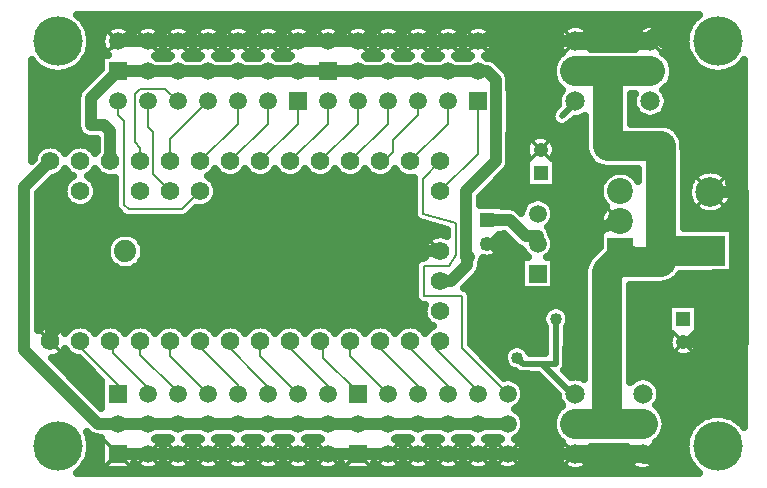
<source format=gbl>
G04 DipTrace 3.0.0.0*
G04 Teensy-Arbotix-mini.gbl*
%MOIN*%
G04 #@! TF.FileFunction,Copper,L2,Bot*
G04 #@! TF.Part,Single*
G04 #@! TA.AperFunction,ViaPad*
%ADD13C,0.04*%
G04 #@! TA.AperFunction,Conductor*
%ADD16C,0.008*%
%ADD17C,0.06*%
%ADD19C,0.02*%
%ADD20C,0.1*%
G04 #@! TA.AperFunction,CopperBalancing*
%ADD22C,0.025*%
%ADD23C,0.013*%
G04 #@! TA.AperFunction,ComponentPad*
%ADD25R,0.049213X0.049213*%
%ADD26C,0.049213*%
%ADD27R,0.059055X0.059055*%
%ADD28C,0.059055*%
%ADD29R,0.098425X0.098425*%
%ADD30C,0.098425*%
%ADD38C,0.074*%
%ADD40C,0.06194*%
%ADD41R,0.086614X0.086614*%
%ADD42C,0.086614*%
%ADD43C,0.065199*%
G04 #@! TA.AperFunction,ViaPad*
%ADD46C,0.165*%
%FSLAX26Y26*%
G04*
G70*
G90*
G75*
G01*
G04 Bottom*
%LPD*%
X743701Y1793701D2*
D13*
X843701D1*
X943701D1*
X1043701D1*
X1143701D1*
X1243701D1*
X1343701D1*
X1443701D1*
X1543701D1*
X1643701D1*
X1743701D1*
X1843701D1*
X1943701D1*
X1974173D1*
X2003701Y1764173D1*
Y1493701D1*
X1903701Y1393701D1*
Y1173701D1*
X1913701D1*
X743701Y1793701D2*
X653701Y1703701D1*
Y1613701D1*
X1913701Y1173701D2*
X1908701D1*
Y1148701D1*
X1853701Y1093701D1*
X1818701D1*
X653701Y1613701D2*
X698701D1*
X718701Y1593701D1*
Y1493701D1*
X743701Y618701D2*
X843701D1*
X943701D1*
X1043701D1*
X1143701D1*
X1243701D1*
X1343701D1*
X1443701D1*
X1543701D1*
X1643701D1*
X1743701D1*
X1843701D1*
X1943701D1*
X2043701D1*
X743701D2*
X677701D1*
X431701Y864701D1*
Y1406701D1*
X518701Y1493701D1*
X2143701Y1218701D2*
Y1243701D1*
X2103701D1*
X2049331Y1298071D1*
X1974331D1*
X918701Y1393701D2*
D16*
X861701Y1450701D1*
Y1591701D1*
X843701Y1609701D1*
Y1693701D1*
X1018701Y1393701D2*
X958701Y1333701D1*
X779701D1*
X763701Y1349701D1*
Y1627701D1*
X743701Y1647701D1*
Y1693701D1*
X918701Y893701D2*
Y843701D1*
X1043701Y718701D1*
X1018701Y893701D2*
X998701D1*
X1143701Y748701D1*
Y718701D1*
X1118701Y893701D2*
X1093701D1*
X1238701Y748701D1*
Y718701D1*
X1243701D1*
X1218701Y893701D2*
Y843701D1*
X1343701Y718701D1*
X2043701D2*
X1890690Y871712D1*
Y1044538D1*
X1763567D1*
Y1143820D1*
X1848701D1*
X1871008Y1182458D1*
Y1288952D1*
X1760475Y1318569D1*
Y1435475D1*
X1818701Y1493701D1*
X618701Y893701D2*
Y873701D1*
X743701Y748701D1*
Y718701D1*
X843701D2*
X863701D1*
X728701Y853701D1*
Y893701D1*
X718701D1*
X1618701D2*
X1593701D1*
X1743701Y743701D1*
Y718701D1*
X1718701Y893701D2*
X1693701D1*
X1843701Y743701D1*
Y718701D1*
X1818701Y893701D2*
X1803701D1*
Y868701D1*
X1943701Y728701D1*
Y718701D1*
X1843701Y1693701D2*
Y1618701D1*
X1718701Y1493701D1*
X1618701D2*
X1630731D1*
X1661701Y1524671D1*
Y1565701D1*
X1743701Y1647701D1*
Y1693701D1*
X1518701Y1493701D2*
X1643701Y1618701D1*
Y1693701D1*
X1418701Y1493701D2*
X1543701Y1618701D1*
Y1693701D1*
X1318701Y1493701D2*
X1443701Y1618701D1*
Y1693701D1*
X1218701Y1493701D2*
X1343701Y1618701D1*
Y1693701D1*
X818701Y893701D2*
Y849701D1*
X933701Y734701D1*
Y718701D1*
X943701D1*
X1118701Y1493701D2*
X1243701Y1618701D1*
Y1693701D1*
X1018701Y1493701D2*
X1143701Y1618701D1*
Y1693701D1*
X918701Y1493701D2*
Y1568701D1*
X1043701Y1693701D1*
X818701Y1493701D2*
Y1539701D1*
X801701Y1556701D1*
Y1719701D1*
X817701Y1735701D1*
X901701D1*
X943701Y1693701D1*
X1318701Y893701D2*
X1293701D1*
X1443701Y743701D1*
Y718701D1*
X1418701Y893701D2*
X1428701D1*
Y838701D1*
X1543701Y723701D1*
Y718701D1*
X1518701Y893701D2*
Y843701D1*
X1643701Y718701D1*
X1818701Y1393701D2*
X1943701Y1518701D1*
Y1693701D1*
X743701Y518701D2*
D13*
X843701D1*
X943701D1*
X1043701D1*
X1143701D1*
X1243701D1*
X1343701D1*
X1443701D1*
X1543701D1*
X1643701D1*
X1743701D1*
X1843701D1*
X1943701D1*
X2043701D1*
X2123701D1*
X2268701D1*
D17*
X2493701D1*
X743701Y1893701D2*
D13*
X843701D1*
X943701D1*
X1043701D1*
X1143701D1*
X1243701D1*
X1343701D1*
X1443701D1*
X1543701D1*
X1643701D1*
X1743701D1*
X1843701D1*
X1943701D1*
X2268701D1*
D17*
X2518701D1*
X2493701Y518701D2*
X2532836Y507747D1*
X2792836Y777747D1*
X2817055Y889961D1*
Y1392126D1*
D13*
X2802181D1*
X2718701D1*
X2518701Y1893701D2*
D17*
X2539797Y1914797D1*
X2614406Y1871722D1*
X2685080Y1760059D1*
X2775882Y1735730D1*
X2802181Y1392126D1*
X2628701Y889961D2*
D13*
X2817055D1*
X2013701Y873701D2*
X2024021Y832316D1*
X2038701Y793701D1*
X2108701Y753701D1*
X2123701Y618701D1*
Y518701D1*
X2273701Y913701D2*
X2288701D1*
Y1248738D1*
X2418701Y1293701D1*
X1818701Y1193701D2*
X923198D1*
Y973701D1*
X528240D1*
X518701Y893701D1*
X1974331Y1219331D2*
X2024021D1*
Y832316D1*
X2268701Y1693701D2*
D19*
X2273701D1*
X2223701Y1643701D1*
X2203701Y968701D2*
Y818701D1*
X2147701D1*
X2158701D1*
X2258701Y718701D1*
X2268701D1*
X2147701Y818701D2*
X2093701D1*
X2073701Y838701D1*
X2268701Y618701D2*
D20*
X2374239D1*
X2493701D1*
X2268701Y1793701D2*
X2377547D1*
X2518701D1*
X2418701Y1193701D2*
D17*
X2433701D1*
Y1158701D1*
D20*
X2553701D1*
Y1195276D1*
X2718701D1*
X2374239Y618701D2*
Y1124239D1*
X2428701Y1178701D1*
D17*
X2418701Y1193701D1*
X2377547Y1793701D2*
D20*
Y1543698D1*
X2553701D1*
Y1195276D1*
D46*
X2743701Y543701D3*
X543701D3*
Y1893701D3*
X2743701D3*
D13*
X2013701Y873701D3*
X2273701Y913701D3*
X1913701Y1173701D3*
X653701Y1613701D3*
X2073701Y838701D3*
X2203701Y968701D3*
X634165Y1956332D2*
D22*
X2653237D1*
X647397Y1931463D2*
X701186D1*
X786216D2*
X801198D1*
X886216D2*
X901198D1*
X986216D2*
X1001198D1*
X1086216D2*
X1101198D1*
X1186216D2*
X1201198D1*
X1286216D2*
X1301198D1*
X1386216D2*
X1401198D1*
X1486216D2*
X1501198D1*
X1586216D2*
X1601198D1*
X1686216D2*
X1701198D1*
X1786216D2*
X1801198D1*
X1886216D2*
X1901198D1*
X1986216D2*
X2222036D1*
X2315366D2*
X2472036D1*
X2565366D2*
X2640005D1*
X653452Y1906595D2*
X687710D1*
X1999692D2*
X2209536D1*
X2327866D2*
X2459536D1*
X2577866D2*
X2633950D1*
X653550Y1881726D2*
X687514D1*
X1999888D2*
X2209341D1*
X2328061D2*
X2459341D1*
X2578061D2*
X2633852D1*
X647739Y1856857D2*
X700307D1*
X887095D2*
X900367D1*
X987095D2*
X1000367D1*
X1087095D2*
X1100367D1*
X1187095D2*
X1200367D1*
X1287095D2*
X1300367D1*
X1587095D2*
X1600367D1*
X1687095D2*
X1700367D1*
X1787095D2*
X1800367D1*
X1887095D2*
X1900367D1*
X1987095D2*
X2221255D1*
X2566147D2*
X2639663D1*
X634848Y1831988D2*
X686196D1*
X2001255D2*
X2201138D1*
X2586264D2*
X2652554D1*
X458725Y1807120D2*
X476603D1*
X610776D2*
X686196D1*
X2027622D2*
X2191909D1*
X2595493D2*
X2676626D1*
X2810776D2*
X2828725D1*
X458725Y1782251D2*
X665395D1*
X2047934D2*
X2191567D1*
X2595835D2*
X2828725D1*
X458725Y1757382D2*
X640542D1*
X2051694D2*
X2200014D1*
X2587388D2*
X2828725D1*
X458725Y1732513D2*
X615981D1*
X2051694D2*
X2221987D1*
X2565415D2*
X2828725D1*
X458725Y1707645D2*
X605874D1*
X2051694D2*
X2209780D1*
X2577622D2*
X2828725D1*
X458725Y1682776D2*
X605679D1*
X2051694D2*
X2209145D1*
X2578257D2*
X2828725D1*
X458725Y1657907D2*
X605679D1*
X2051694D2*
X2188686D1*
X2455552D2*
X2470425D1*
X2566977D2*
X2828725D1*
X458725Y1633038D2*
X605679D1*
X2051694D2*
X2187319D1*
X2265757D2*
X2299526D1*
X2455552D2*
X2828725D1*
X458725Y1608170D2*
X606020D1*
X2051694D2*
X2299526D1*
X2595493D2*
X2828725D1*
X458725Y1583301D2*
X617348D1*
X2051694D2*
X2299526D1*
X2620493D2*
X2828725D1*
X458725Y1558432D2*
X670718D1*
X2051694D2*
X2107339D1*
X2198764D2*
X2299526D1*
X2630259D2*
X2828725D1*
X458725Y1533563D2*
X476213D1*
X561216D2*
X576198D1*
X2051694D2*
X2100454D1*
X2205698D2*
X2300210D1*
X2631723D2*
X2828725D1*
X2051694Y1508694D2*
X2106802D1*
X2199350D2*
X2308169D1*
X2631723D2*
X2828725D1*
X2050620Y1483826D2*
X2100454D1*
X2205698D2*
X2329067D1*
X2631723D2*
X2828725D1*
X2035825Y1458957D2*
X2100454D1*
X2205698D2*
X2394399D1*
X2443003D2*
X2475698D1*
X2631723D2*
X2682778D1*
X2754624D2*
X2828725D1*
X525913Y1434088D2*
X576723D1*
X660679D2*
X731704D1*
X1060679D2*
X1728481D1*
X2010923D2*
X2100454D1*
X2205698D2*
X2360513D1*
X2631723D2*
X2654409D1*
X2782993D2*
X2828725D1*
X501059Y1409219D2*
X561929D1*
X675473D2*
X731704D1*
X1075473D2*
X1728481D1*
X1986069D2*
X2100454D1*
X2205698D2*
X2349184D1*
X2793930D2*
X2828725D1*
X479722Y1384351D2*
X560513D1*
X676889D2*
X731704D1*
X1076889D2*
X1728481D1*
X1961216D2*
X2348013D1*
X2795493D2*
X2828725D1*
X479722Y1359482D2*
X571304D1*
X666098D2*
X731704D1*
X1066098D2*
X1728481D1*
X1951694D2*
X2104263D1*
X2183139D2*
X2356509D1*
X2631723D2*
X2648989D1*
X2788413D2*
X2828725D1*
X479722Y1334613D2*
X735854D1*
X1003843D2*
X1728481D1*
X2198862D2*
X2360854D1*
X2631723D2*
X2668520D1*
X2768882D2*
X2828725D1*
X479722Y1309744D2*
X759975D1*
X978403D2*
X1729848D1*
X2200473D2*
X2349282D1*
X2631723D2*
X2828725D1*
X479722Y1284876D2*
X1769741D1*
X2189585D2*
X2347964D1*
X2631723D2*
X2828725D1*
X479722Y1260007D2*
X1839028D1*
X2188657D2*
X2347378D1*
X2795932D2*
X2828725D1*
X479722Y1235138D2*
X719399D1*
X818003D2*
X1777847D1*
X2024399D2*
X2045425D1*
X2198716D2*
X2347378D1*
X2795932D2*
X2828725D1*
X479722Y1210269D2*
X705923D1*
X831479D2*
X1762222D1*
X2026108D2*
X2070327D1*
X2200571D2*
X2347378D1*
X2795932D2*
X2828725D1*
X479722Y1185400D2*
X704263D1*
X833139D2*
X1760366D1*
X2013706D2*
X2097378D1*
X2190024D2*
X2326138D1*
X2796030D2*
X2828725D1*
X479722Y1160532D2*
X713247D1*
X824155D2*
X1736733D1*
X1959751D2*
X2086196D1*
X2201206D2*
X2305532D1*
X2795932D2*
X2828725D1*
X479722Y1135663D2*
X743032D1*
X794370D2*
X1731557D1*
X1954770D2*
X2086196D1*
X2201206D2*
X2297085D1*
X2795932D2*
X2828725D1*
X479722Y1110794D2*
X1731557D1*
X1937632D2*
X2086196D1*
X2201206D2*
X2296255D1*
X2614536D2*
X2828725D1*
X479722Y1085925D2*
X1731557D1*
X1912778D2*
X2086196D1*
X2201206D2*
X2296255D1*
X2576304D2*
X2828725D1*
X479722Y1061057D2*
X1731557D1*
X1917612D2*
X2296255D1*
X2452231D2*
X2828725D1*
X479722Y1036188D2*
X1732778D1*
X1922690D2*
X2296255D1*
X2452231D2*
X2828725D1*
X479722Y1011319D2*
X1762563D1*
X1922690D2*
X2185268D1*
X2222153D2*
X2296255D1*
X2452231D2*
X2576089D1*
X2681284D2*
X2828725D1*
X479722Y986450D2*
X1760220D1*
X1922690D2*
X2159292D1*
X2248081D2*
X2296255D1*
X2452231D2*
X2576089D1*
X2681284D2*
X2828725D1*
X479722Y961582D2*
X1769741D1*
X1922690D2*
X2156264D1*
X2251157D2*
X2296255D1*
X2452231D2*
X2576089D1*
X2681284D2*
X2828725D1*
X557798Y936713D2*
X579604D1*
X657798D2*
X679604D1*
X757798D2*
X779604D1*
X857798D2*
X879604D1*
X957798D2*
X979604D1*
X1057798D2*
X1079604D1*
X1157798D2*
X1179604D1*
X1257798D2*
X1279604D1*
X1357798D2*
X1379604D1*
X1457798D2*
X1479604D1*
X1557798D2*
X1579604D1*
X1657798D2*
X1679604D1*
X1757798D2*
X1779604D1*
X1922690D2*
X2165688D1*
X2241684D2*
X2296255D1*
X2452231D2*
X2576089D1*
X2681284D2*
X2828725D1*
X1922690Y911844D2*
X2165688D1*
X2241684D2*
X2296255D1*
X2452231D2*
X2581118D1*
X2676255D2*
X2828725D1*
X1922690Y886975D2*
X2165688D1*
X2241684D2*
X2296255D1*
X2452231D2*
X2576186D1*
X2681235D2*
X2828725D1*
X1944516Y862107D2*
X2032192D1*
X2115220D2*
X2165688D1*
X2241684D2*
X2296255D1*
X2452231D2*
X2584536D1*
X2672837D2*
X2828725D1*
X526011Y837238D2*
X610952D1*
X1969370D2*
X2025747D1*
X2241684D2*
X2296255D1*
X2452231D2*
X2828725D1*
X550864Y812369D2*
X635805D1*
X1994272D2*
X2034097D1*
X2241147D2*
X2296255D1*
X2452231D2*
X2828725D1*
X575766Y787500D2*
X660659D1*
X2019126D2*
X2074282D1*
X2242612D2*
X2296255D1*
X2452231D2*
X2828725D1*
X600620Y762631D2*
X685561D1*
X2079331D2*
X2162075D1*
X2534214D2*
X2828725D1*
X625473Y737763D2*
X686196D1*
X2097837D2*
X2186929D1*
X2551108D2*
X2828725D1*
X650376Y712894D2*
X686196D1*
X2100913D2*
X2208413D1*
X2553989D2*
X2828725D1*
X2091880Y688025D2*
X2216860D1*
X2545542D2*
X2828725D1*
X2078647Y663156D2*
X2205190D1*
X2557212D2*
X2828725D1*
X2097641Y638288D2*
X2193276D1*
X2569126D2*
X2689077D1*
X2798325D2*
X2828725D1*
X2100962Y613419D2*
X2190884D1*
X2571518D2*
X2658706D1*
X2092222Y588550D2*
X2196987D1*
X2565415D2*
X2642934D1*
X652329Y563681D2*
X686196D1*
X877915D2*
X909487D1*
X977915D2*
X1009487D1*
X1077915D2*
X1109487D1*
X1177915D2*
X1209487D1*
X1277915D2*
X1309487D1*
X1377915D2*
X1409487D1*
X1677915D2*
X1709487D1*
X1777915D2*
X1809487D1*
X1877915D2*
X1909487D1*
X1977915D2*
X2009487D1*
X2077915D2*
X2214516D1*
X2547886D2*
X2635073D1*
X654087Y538813D2*
X686196D1*
X2097397D2*
X2211684D1*
X2325718D2*
X2436684D1*
X2550718D2*
X2633315D1*
X650034Y513944D2*
X686196D1*
X2101011D2*
X2208315D1*
X2329087D2*
X2433315D1*
X2554087D2*
X2637368D1*
X639389Y489075D2*
X686196D1*
X2092563D2*
X2216225D1*
X2321177D2*
X2441225D1*
X2546177D2*
X2648013D1*
X619321Y464206D2*
X686196D1*
X801206D2*
X833559D1*
X853862D2*
X933559D1*
X953862D2*
X1033559D1*
X1053862D2*
X1133559D1*
X1153862D2*
X1233559D1*
X1253862D2*
X1333559D1*
X1353862D2*
X1433559D1*
X1453862D2*
X1486196D1*
X1601206D2*
X1633559D1*
X1653862D2*
X1733559D1*
X1753862D2*
X1833559D1*
X1853862D2*
X1933559D1*
X1953862D2*
X2033559D1*
X2053862D2*
X2246059D1*
X2291343D2*
X2471059D1*
X2516343D2*
X2668081D1*
X2591095Y1018807D2*
X2678807D1*
Y918595D1*
X2669774D1*
X2673915Y911556D1*
X2676629Y904573D1*
X2678273Y897262D1*
X2678807Y889961D1*
X2678247Y882489D1*
X2676579Y875184D1*
X2673840Y868209D1*
X2670091Y861721D1*
X2665418Y855865D1*
X2659922Y850771D1*
X2653729Y846553D1*
X2646976Y843306D1*
X2639815Y841103D1*
X2632404Y839992D1*
X2624911Y839998D1*
X2617503Y841122D1*
X2610345Y843338D1*
X2603598Y846596D1*
X2597412Y850825D1*
X2591926Y855928D1*
X2587262Y861793D1*
X2583525Y868287D1*
X2580798Y875266D1*
X2579142Y882574D1*
X2578595Y890047D1*
X2579168Y897518D1*
X2580849Y904820D1*
X2583600Y911790D1*
X2587594Y918596D1*
X2578595Y918595D1*
Y1018807D1*
X2591095D1*
X1949176Y1348177D2*
X2024437D1*
Y1343539D1*
X2052901Y1343431D1*
X2059953Y1342314D1*
X2066743Y1340108D1*
X2073105Y1336866D1*
X2078881Y1332670D1*
X2088843Y1323018D1*
X2090194Y1331547D1*
X2092862Y1339759D1*
X2096782Y1347453D1*
X2101858Y1354439D1*
X2107963Y1360544D1*
X2114949Y1365620D1*
X2122643Y1369540D1*
X2130855Y1372208D1*
X2139384Y1373559D1*
X2148018D1*
X2156547Y1372208D1*
X2164759Y1369540D1*
X2172453Y1365620D1*
X2179439Y1360544D1*
X2185544Y1354439D1*
X2190620Y1347453D1*
X2194540Y1339759D1*
X2197208Y1331547D1*
X2198559Y1323018D1*
Y1314384D1*
X2197208Y1305855D1*
X2194540Y1297643D1*
X2190620Y1289949D1*
X2185544Y1282963D1*
X2179439Y1276858D1*
X2176880Y1274841D1*
X2182496Y1267475D1*
X2185738Y1261113D1*
X2187944Y1254323D1*
X2188643Y1250805D1*
X2194540Y1239759D1*
X2197208Y1231547D1*
X2198559Y1223018D1*
Y1214384D1*
X2197208Y1205855D1*
X2194540Y1197643D1*
X2190620Y1189949D1*
X2185544Y1182963D1*
X2179439Y1176858D1*
X2175358Y1173723D1*
X2198729Y1173728D1*
Y1063673D1*
X2088674D1*
Y1173728D1*
X2111965D1*
X2104791Y1179791D1*
X2099183Y1186357D1*
X2094671Y1193719D1*
X2092097Y1199717D1*
X2086289Y1201664D1*
X2079927Y1204906D1*
X2074151Y1209102D1*
X2030475Y1252580D1*
X2024437Y1247965D1*
X2015404D1*
X2019545Y1240927D1*
X2022259Y1233943D1*
X2023902Y1226632D1*
X2024437Y1219331D1*
X2023877Y1211859D1*
X2022209Y1204554D1*
X2019470Y1197579D1*
X2015721Y1191091D1*
X2011047Y1185235D1*
X2005552Y1180141D1*
X1999359Y1175923D1*
X1992606Y1172676D1*
X1985445Y1170473D1*
X1978034Y1169362D1*
X1970541Y1169368D1*
X1963133Y1170492D1*
X1959154Y1171593D1*
X1958404Y1165222D1*
X1956687Y1158787D1*
X1955475Y1155669D1*
X1954201Y1148701D1*
X1953641Y1141583D1*
X1951974Y1134641D1*
X1949242Y1128044D1*
X1945511Y1121957D1*
X1940874Y1116528D1*
X1897576Y1073223D1*
X1904082Y1070823D1*
X1909848Y1066970D1*
X1914556Y1061878D1*
X1917944Y1055827D1*
X1919826Y1049153D1*
X1920190Y1044538D1*
X1920388Y883733D1*
X2031737Y772385D1*
X2039384Y773559D1*
X2048018D1*
X2056547Y772208D1*
X2064759Y769540D1*
X2072453Y765620D1*
X2079439Y760544D1*
X2085544Y754439D1*
X2090620Y747453D1*
X2094540Y739759D1*
X2097208Y731547D1*
X2098559Y723018D1*
Y714384D1*
X2097208Y705855D1*
X2094540Y697643D1*
X2090620Y689949D1*
X2085544Y682963D1*
X2079439Y676858D1*
X2072453Y671782D1*
X2066644Y668731D1*
X2072453Y665620D1*
X2079439Y660544D1*
X2085544Y654439D1*
X2090620Y647453D1*
X2094540Y639759D1*
X2097208Y631547D1*
X2098559Y623018D1*
Y614384D1*
X2097208Y605855D1*
X2094540Y597643D1*
X2090620Y589949D1*
X2085544Y582963D1*
X2079439Y576858D1*
X2072453Y571782D1*
X2066644Y568731D1*
X2074914Y564020D1*
X2080782Y559358D1*
X2085962Y553943D1*
X2090359Y547874D1*
X2093890Y541264D1*
X2096490Y534235D1*
X2098112Y526918D1*
X2098729Y518701D1*
X2098218Y511224D1*
X2096697Y503886D1*
X2094192Y496823D1*
X2090751Y490165D1*
X2086438Y484037D1*
X2081332Y478552D1*
X2075527Y473811D1*
X2069133Y469903D1*
X2062267Y466900D1*
X2055056Y464858D1*
X2047635Y463814D1*
X2040141Y463789D1*
X2032712Y464782D1*
X2025488Y466775D1*
X2018602Y469731D1*
X2012181Y473596D1*
X2006344Y478297D1*
X2001201Y483747D1*
X1996846Y489846D1*
X1993712Y495728D1*
X1989407Y488058D1*
X1984819Y482132D1*
X1979469Y476884D1*
X1973456Y472412D1*
X1966890Y468798D1*
X1959895Y466110D1*
X1952599Y464398D1*
X1945138Y463692D1*
X1937650Y464007D1*
X1930275Y465336D1*
X1923149Y467656D1*
X1916404Y470922D1*
X1910165Y475074D1*
X1904548Y480035D1*
X1899657Y485713D1*
X1895584Y492004D1*
X1893712Y495728D1*
X1889407Y488058D1*
X1884819Y482132D1*
X1879469Y476884D1*
X1873456Y472412D1*
X1866890Y468798D1*
X1859895Y466110D1*
X1852599Y464398D1*
X1845138Y463692D1*
X1837650Y464007D1*
X1830275Y465336D1*
X1823149Y467656D1*
X1816404Y470922D1*
X1810165Y475074D1*
X1804548Y480035D1*
X1799657Y485713D1*
X1795584Y492004D1*
X1793712Y495728D1*
X1789407Y488058D1*
X1784819Y482132D1*
X1779469Y476884D1*
X1773456Y472412D1*
X1766890Y468798D1*
X1759895Y466110D1*
X1752599Y464398D1*
X1745138Y463692D1*
X1737650Y464007D1*
X1730275Y465336D1*
X1723149Y467656D1*
X1716404Y470922D1*
X1710165Y475074D1*
X1704548Y480035D1*
X1699657Y485713D1*
X1695584Y492004D1*
X1693712Y495728D1*
X1689407Y488058D1*
X1684819Y482132D1*
X1679469Y476884D1*
X1673456Y472412D1*
X1666890Y468798D1*
X1659895Y466110D1*
X1652599Y464398D1*
X1645138Y463692D1*
X1637650Y464007D1*
X1630275Y465336D1*
X1623149Y467656D1*
X1616404Y470922D1*
X1610165Y475074D1*
X1604548Y480035D1*
X1598732Y487009D1*
X1598729Y463673D1*
X1488674D1*
Y486984D1*
X1483116Y480302D1*
X1477533Y475303D1*
X1471323Y471108D1*
X1464600Y467797D1*
X1457490Y465429D1*
X1450123Y464050D1*
X1442638Y463684D1*
X1435173Y464338D1*
X1427865Y466001D1*
X1420852Y468642D1*
X1414262Y472211D1*
X1408218Y476642D1*
X1402832Y481853D1*
X1398205Y487748D1*
X1393712Y495728D1*
X1389407Y488058D1*
X1384819Y482132D1*
X1379469Y476884D1*
X1373456Y472412D1*
X1366890Y468798D1*
X1359895Y466110D1*
X1352599Y464398D1*
X1345138Y463692D1*
X1337650Y464007D1*
X1330275Y465336D1*
X1323149Y467656D1*
X1316404Y470922D1*
X1310165Y475074D1*
X1304548Y480035D1*
X1299657Y485713D1*
X1295584Y492004D1*
X1293712Y495728D1*
X1289407Y488058D1*
X1284819Y482132D1*
X1279469Y476884D1*
X1273456Y472412D1*
X1266890Y468798D1*
X1259895Y466110D1*
X1252599Y464398D1*
X1245138Y463692D1*
X1237650Y464007D1*
X1230275Y465336D1*
X1223149Y467656D1*
X1216404Y470922D1*
X1210165Y475074D1*
X1204548Y480035D1*
X1199657Y485713D1*
X1195584Y492004D1*
X1193712Y495728D1*
X1189407Y488058D1*
X1184819Y482132D1*
X1179469Y476884D1*
X1173456Y472412D1*
X1166890Y468798D1*
X1159895Y466110D1*
X1152599Y464398D1*
X1145138Y463692D1*
X1137650Y464007D1*
X1130275Y465336D1*
X1123149Y467656D1*
X1116404Y470922D1*
X1110165Y475074D1*
X1104548Y480035D1*
X1099657Y485713D1*
X1095584Y492004D1*
X1093712Y495728D1*
X1089407Y488058D1*
X1084819Y482132D1*
X1079469Y476884D1*
X1073456Y472412D1*
X1066890Y468798D1*
X1059895Y466110D1*
X1052599Y464398D1*
X1045138Y463692D1*
X1037650Y464007D1*
X1030275Y465336D1*
X1023149Y467656D1*
X1016404Y470922D1*
X1010165Y475074D1*
X1004548Y480035D1*
X999657Y485713D1*
X995584Y492004D1*
X993712Y495728D1*
X989407Y488058D1*
X984819Y482132D1*
X979469Y476884D1*
X973456Y472412D1*
X966890Y468798D1*
X959895Y466110D1*
X952599Y464398D1*
X945138Y463692D1*
X937650Y464007D1*
X930275Y465336D1*
X923149Y467656D1*
X916404Y470922D1*
X910165Y475074D1*
X904548Y480035D1*
X899657Y485713D1*
X895584Y492004D1*
X893712Y495728D1*
X889407Y488058D1*
X884819Y482132D1*
X879469Y476884D1*
X873456Y472412D1*
X866890Y468798D1*
X859895Y466110D1*
X852599Y464398D1*
X845138Y463692D1*
X837650Y464007D1*
X830275Y465336D1*
X823149Y467656D1*
X816404Y470922D1*
X810165Y475074D1*
X804548Y480035D1*
X798732Y487009D1*
X798729Y463673D1*
X688674D1*
Y573195D1*
X674131Y573341D1*
X667079Y574458D1*
X660289Y576664D1*
X653927Y579906D1*
X648151Y584102D1*
X640521Y591534D1*
X646415Y577075D1*
X648717Y568913D1*
X650371Y560596D1*
X651368Y552175D1*
X651701Y543701D1*
X651368Y535227D1*
X650371Y526806D1*
X648717Y518489D1*
X646415Y510327D1*
X643480Y502371D1*
X639930Y494670D1*
X635786Y487271D1*
X631075Y480220D1*
X625825Y473561D1*
X620069Y467333D1*
X613841Y461577D1*
X606989Y456198D1*
X2680220Y456327D1*
X2673561Y461577D1*
X2667333Y467333D1*
X2661577Y473561D1*
X2656327Y480220D1*
X2651616Y487271D1*
X2647472Y494670D1*
X2643922Y502371D1*
X2640987Y510327D1*
X2638685Y518489D1*
X2637031Y526806D1*
X2636034Y535227D1*
X2635701Y543701D1*
X2636034Y552175D1*
X2637031Y560596D1*
X2638685Y568913D1*
X2640987Y577075D1*
X2643922Y585031D1*
X2647472Y592732D1*
X2651616Y600131D1*
X2656327Y607182D1*
X2661577Y613841D1*
X2667333Y620069D1*
X2673561Y625825D1*
X2680220Y631075D1*
X2687271Y635786D1*
X2694670Y639930D1*
X2702371Y643480D1*
X2710327Y646415D1*
X2718489Y648717D1*
X2726806Y650371D1*
X2735227Y651368D1*
X2743701Y651701D1*
X2752175Y651368D1*
X2760596Y650371D1*
X2768913Y648717D1*
X2777075Y646415D1*
X2785031Y643480D1*
X2792732Y639930D1*
X2800131Y635786D1*
X2807182Y631075D1*
X2813841Y625825D1*
X2820069Y620069D1*
X2825825Y613841D1*
X2831204Y606989D1*
X2831075Y1830220D1*
X2825825Y1823561D1*
X2820069Y1817333D1*
X2813841Y1811577D1*
X2807182Y1806327D1*
X2800131Y1801616D1*
X2792732Y1797472D1*
X2785031Y1793922D1*
X2777075Y1790987D1*
X2768913Y1788685D1*
X2760596Y1787031D1*
X2752175Y1786034D1*
X2743701Y1785701D1*
X2735227Y1786034D1*
X2726806Y1787031D1*
X2718489Y1788685D1*
X2710327Y1790987D1*
X2702371Y1793922D1*
X2694670Y1797472D1*
X2687271Y1801616D1*
X2680220Y1806327D1*
X2673561Y1811577D1*
X2667333Y1817333D1*
X2661577Y1823561D1*
X2656327Y1830220D1*
X2651616Y1837271D1*
X2647472Y1844670D1*
X2643922Y1852371D1*
X2640987Y1860327D1*
X2638685Y1868489D1*
X2637031Y1876806D1*
X2636034Y1885227D1*
X2635701Y1893701D1*
X2636034Y1902175D1*
X2637031Y1910596D1*
X2638685Y1918913D1*
X2640987Y1927075D1*
X2643922Y1935031D1*
X2647472Y1942732D1*
X2651616Y1950131D1*
X2656327Y1957182D1*
X2661577Y1963841D1*
X2667333Y1970069D1*
X2673561Y1975825D1*
X2680413Y1981204D1*
X607182Y1981075D1*
X613841Y1975825D1*
X620069Y1970069D1*
X625825Y1963841D1*
X631075Y1957182D1*
X635786Y1950131D1*
X639930Y1942732D1*
X643480Y1935031D1*
X646415Y1927075D1*
X648717Y1918913D1*
X650371Y1910596D1*
X651368Y1902175D1*
X651701Y1893701D1*
X651368Y1885227D1*
X650371Y1876806D1*
X648717Y1868489D1*
X646415Y1860327D1*
X643480Y1852371D1*
X639930Y1844670D1*
X635786Y1837271D1*
X631075Y1830220D1*
X625825Y1823561D1*
X620069Y1817333D1*
X613841Y1811577D1*
X607182Y1806327D1*
X600131Y1801616D1*
X592732Y1797472D1*
X585031Y1793922D1*
X577075Y1790987D1*
X568913Y1788685D1*
X560596Y1787031D1*
X552175Y1786034D1*
X543701Y1785701D1*
X535227Y1786034D1*
X526806Y1787031D1*
X518489Y1788685D1*
X510327Y1790987D1*
X502371Y1793922D1*
X494670Y1797472D1*
X487271Y1801616D1*
X480220Y1806327D1*
X473561Y1811577D1*
X467333Y1817333D1*
X461577Y1823561D1*
X456198Y1830413D1*
X456202Y1495550D1*
X462926Y1502535D1*
X464995Y1511151D1*
X468386Y1519338D1*
X473016Y1526893D1*
X478771Y1533631D1*
X485509Y1539386D1*
X493064Y1544016D1*
X501251Y1547407D1*
X509867Y1549476D1*
X518701Y1550171D1*
X527535Y1549476D1*
X536151Y1547407D1*
X544338Y1544016D1*
X551893Y1539386D1*
X558631Y1533631D1*
X564386Y1526893D1*
X568686Y1519927D1*
X573016Y1526893D1*
X578771Y1533631D1*
X585509Y1539386D1*
X593064Y1544016D1*
X601251Y1547407D1*
X609867Y1549476D1*
X618701Y1550171D1*
X627535Y1549476D1*
X636151Y1547407D1*
X644338Y1544016D1*
X651893Y1539386D1*
X658631Y1533631D1*
X664386Y1526893D1*
X668686Y1519927D1*
X673198Y1527124D1*
X673201Y1568164D1*
X650131Y1568341D1*
X643079Y1569458D1*
X636289Y1571664D1*
X629927Y1574906D1*
X624151Y1579102D1*
X619102Y1584151D1*
X614906Y1589927D1*
X611664Y1596289D1*
X609458Y1603079D1*
X608341Y1610131D1*
X608201Y1688701D1*
X608341Y1707271D1*
X609458Y1714323D1*
X611664Y1721113D1*
X614906Y1727475D1*
X619102Y1733251D1*
X674561Y1788907D1*
X688682Y1803029D1*
X688674Y1848728D1*
X711965D1*
X704548Y1855035D1*
X699657Y1860713D1*
X695584Y1867004D1*
X692402Y1873789D1*
X690173Y1880944D1*
X688936Y1888335D1*
X688714Y1895826D1*
X689513Y1903278D1*
X691317Y1910552D1*
X694092Y1917513D1*
X697788Y1924033D1*
X702335Y1929990D1*
X707649Y1935274D1*
X713632Y1939787D1*
X720173Y1943445D1*
X727150Y1946180D1*
X734434Y1947943D1*
X741890Y1948699D1*
X749380Y1948435D1*
X756764Y1947156D1*
X763906Y1944885D1*
X770673Y1941665D1*
X776940Y1937555D1*
X782590Y1932632D1*
X787519Y1926987D1*
X791636Y1920725D1*
X793692Y1916678D1*
X797788Y1924033D1*
X802335Y1929990D1*
X807649Y1935274D1*
X813632Y1939787D1*
X820173Y1943445D1*
X827150Y1946180D1*
X834434Y1947943D1*
X841890Y1948699D1*
X849380Y1948435D1*
X856764Y1947156D1*
X863906Y1944885D1*
X870673Y1941665D1*
X876940Y1937555D1*
X882590Y1932632D1*
X887519Y1926987D1*
X891636Y1920725D1*
X893692Y1916678D1*
X897788Y1924033D1*
X902335Y1929990D1*
X907649Y1935274D1*
X913632Y1939787D1*
X920173Y1943445D1*
X927150Y1946180D1*
X934434Y1947943D1*
X941890Y1948699D1*
X949380Y1948435D1*
X956764Y1947156D1*
X963906Y1944885D1*
X970673Y1941665D1*
X976940Y1937555D1*
X982590Y1932632D1*
X987519Y1926987D1*
X991636Y1920725D1*
X993692Y1916678D1*
X997788Y1924033D1*
X1002335Y1929990D1*
X1007649Y1935274D1*
X1013632Y1939787D1*
X1020173Y1943445D1*
X1027150Y1946180D1*
X1034434Y1947943D1*
X1041890Y1948699D1*
X1049380Y1948435D1*
X1056764Y1947156D1*
X1063906Y1944885D1*
X1070673Y1941665D1*
X1076940Y1937555D1*
X1082590Y1932632D1*
X1087519Y1926987D1*
X1091636Y1920725D1*
X1093692Y1916678D1*
X1097788Y1924033D1*
X1102335Y1929990D1*
X1107649Y1935274D1*
X1113632Y1939787D1*
X1120173Y1943445D1*
X1127150Y1946180D1*
X1134434Y1947943D1*
X1141890Y1948699D1*
X1149380Y1948435D1*
X1156764Y1947156D1*
X1163906Y1944885D1*
X1170673Y1941665D1*
X1176940Y1937555D1*
X1182590Y1932632D1*
X1187519Y1926987D1*
X1191636Y1920725D1*
X1193692Y1916678D1*
X1197788Y1924033D1*
X1202335Y1929990D1*
X1207649Y1935274D1*
X1213632Y1939787D1*
X1220173Y1943445D1*
X1227150Y1946180D1*
X1234434Y1947943D1*
X1241890Y1948699D1*
X1249380Y1948435D1*
X1256764Y1947156D1*
X1263906Y1944885D1*
X1270673Y1941665D1*
X1276940Y1937555D1*
X1282590Y1932632D1*
X1287519Y1926987D1*
X1291636Y1920725D1*
X1293692Y1916678D1*
X1297788Y1924033D1*
X1302335Y1929990D1*
X1307649Y1935274D1*
X1313632Y1939787D1*
X1320173Y1943445D1*
X1327150Y1946180D1*
X1334434Y1947943D1*
X1341890Y1948699D1*
X1349380Y1948435D1*
X1356764Y1947156D1*
X1363906Y1944885D1*
X1370673Y1941665D1*
X1376940Y1937555D1*
X1382590Y1932632D1*
X1387519Y1926987D1*
X1391636Y1920725D1*
X1393692Y1916678D1*
X1397788Y1924033D1*
X1402335Y1929990D1*
X1407649Y1935274D1*
X1413632Y1939787D1*
X1420173Y1943445D1*
X1427150Y1946180D1*
X1434434Y1947943D1*
X1441890Y1948699D1*
X1449380Y1948435D1*
X1456764Y1947156D1*
X1463906Y1944885D1*
X1470673Y1941665D1*
X1476940Y1937555D1*
X1482590Y1932632D1*
X1487519Y1926987D1*
X1491636Y1920725D1*
X1493692Y1916678D1*
X1497788Y1924033D1*
X1502335Y1929990D1*
X1507649Y1935274D1*
X1513632Y1939787D1*
X1520173Y1943445D1*
X1527150Y1946180D1*
X1534434Y1947943D1*
X1541890Y1948699D1*
X1549380Y1948435D1*
X1556764Y1947156D1*
X1563906Y1944885D1*
X1570673Y1941665D1*
X1576940Y1937555D1*
X1582590Y1932632D1*
X1587519Y1926987D1*
X1591636Y1920725D1*
X1593692Y1916678D1*
X1597788Y1924033D1*
X1602335Y1929990D1*
X1607649Y1935274D1*
X1613632Y1939787D1*
X1620173Y1943445D1*
X1627150Y1946180D1*
X1634434Y1947943D1*
X1641890Y1948699D1*
X1649380Y1948435D1*
X1656764Y1947156D1*
X1663906Y1944885D1*
X1670673Y1941665D1*
X1676940Y1937555D1*
X1682590Y1932632D1*
X1687519Y1926987D1*
X1691636Y1920725D1*
X1693692Y1916678D1*
X1697788Y1924033D1*
X1702335Y1929990D1*
X1707649Y1935274D1*
X1713632Y1939787D1*
X1720173Y1943445D1*
X1727150Y1946180D1*
X1734434Y1947943D1*
X1741890Y1948699D1*
X1749380Y1948435D1*
X1756764Y1947156D1*
X1763906Y1944885D1*
X1770673Y1941665D1*
X1776940Y1937555D1*
X1782590Y1932632D1*
X1787519Y1926987D1*
X1791636Y1920725D1*
X1793692Y1916678D1*
X1797788Y1924033D1*
X1802335Y1929990D1*
X1807649Y1935274D1*
X1813632Y1939787D1*
X1820173Y1943445D1*
X1827150Y1946180D1*
X1834434Y1947943D1*
X1841890Y1948699D1*
X1849380Y1948435D1*
X1856764Y1947156D1*
X1863906Y1944885D1*
X1870673Y1941665D1*
X1876940Y1937555D1*
X1882590Y1932632D1*
X1887519Y1926987D1*
X1891636Y1920725D1*
X1893692Y1916678D1*
X1897788Y1924033D1*
X1902335Y1929990D1*
X1907649Y1935274D1*
X1913632Y1939787D1*
X1920173Y1943445D1*
X1927150Y1946180D1*
X1934434Y1947943D1*
X1941890Y1948699D1*
X1949380Y1948435D1*
X1956764Y1947156D1*
X1963906Y1944885D1*
X1970673Y1941665D1*
X1976940Y1937555D1*
X1982590Y1932632D1*
X1987519Y1926987D1*
X1991636Y1920725D1*
X1994863Y1913961D1*
X1997141Y1906822D1*
X1998429Y1899439D1*
X1998672Y1891202D1*
X1997822Y1883756D1*
X1995969Y1876494D1*
X1993147Y1869552D1*
X1989407Y1863058D1*
X1984819Y1857132D1*
X1979469Y1851884D1*
X1973456Y1847412D1*
X1966667Y1843700D1*
X1974572Y1839204D1*
X1981291Y1838641D1*
X1988234Y1836974D1*
X1994830Y1834242D1*
X2000918Y1830511D1*
X2006347Y1825874D1*
X2038300Y1793723D1*
X2042496Y1787947D1*
X2045738Y1781586D1*
X2047944Y1774795D1*
X2049061Y1767743D1*
X2049201Y1689173D1*
X2049061Y1490131D1*
X2047944Y1483079D1*
X2045738Y1476289D1*
X2042496Y1469927D1*
X2038300Y1464151D1*
X1982841Y1408495D1*
X1949178Y1374831D1*
X1949201Y1348144D1*
X2194225Y1504437D2*
X2203177D1*
Y1404225D1*
X2102965D1*
Y1504437D1*
X2111998D1*
X2107895Y1511398D1*
X2105168Y1518377D1*
X2103512Y1525685D1*
X2102965Y1533157D1*
X2103538Y1540629D1*
X2105219Y1547931D1*
X2107970Y1554900D1*
X2111729Y1561382D1*
X2116413Y1567230D1*
X2121917Y1572315D1*
X2128118Y1576522D1*
X2134876Y1579757D1*
X2142042Y1581948D1*
X2149454Y1583047D1*
X2156947Y1583027D1*
X2164353Y1581891D1*
X2171507Y1579662D1*
X2178249Y1576392D1*
X2184428Y1572153D1*
X2189905Y1567040D1*
X2194559Y1561168D1*
X2198285Y1554667D1*
X2201000Y1547683D1*
X2202643Y1540372D1*
X2203177Y1533071D1*
X2202617Y1525599D1*
X2200949Y1518294D1*
X2198210Y1511320D1*
X2194182Y1504443D1*
X1566644Y1843671D2*
X1574572Y1839204D1*
X1612793Y1839201D1*
X1620758Y1843671D1*
X1614262Y1847211D1*
X1608218Y1851642D1*
X1602832Y1856853D1*
X1598205Y1862748D1*
X1593712Y1870728D1*
X1589407Y1863058D1*
X1584819Y1857132D1*
X1579469Y1851884D1*
X1573456Y1847412D1*
X1566667Y1843700D1*
X1666644Y1843671D2*
X1674572Y1839204D1*
X1712793Y1839201D1*
X1720758Y1843671D1*
X1714262Y1847211D1*
X1708218Y1851642D1*
X1702832Y1856853D1*
X1698205Y1862748D1*
X1693712Y1870728D1*
X1689407Y1863058D1*
X1684819Y1857132D1*
X1679469Y1851884D1*
X1673456Y1847412D1*
X1666667Y1843700D1*
X1766644Y1843671D2*
X1774572Y1839204D1*
X1812793Y1839201D1*
X1820758Y1843671D1*
X1814262Y1847211D1*
X1808218Y1851642D1*
X1802832Y1856853D1*
X1798205Y1862748D1*
X1793712Y1870728D1*
X1789407Y1863058D1*
X1784819Y1857132D1*
X1779469Y1851884D1*
X1773456Y1847412D1*
X1766667Y1843700D1*
X1866644Y1843671D2*
X1874572Y1839204D1*
X1912793Y1839201D1*
X1920758Y1843671D1*
X1914262Y1847211D1*
X1908218Y1851642D1*
X1902832Y1856853D1*
X1898205Y1862748D1*
X1893712Y1870728D1*
X1889407Y1863058D1*
X1884819Y1857132D1*
X1879469Y1851884D1*
X1873456Y1847412D1*
X1866667Y1843700D1*
X866644Y1843671D2*
X874572Y1839204D1*
X912793Y1839201D1*
X920758Y1843671D1*
X914262Y1847211D1*
X908218Y1851642D1*
X902832Y1856853D1*
X898205Y1862748D1*
X893712Y1870728D1*
X889407Y1863058D1*
X884819Y1857132D1*
X879469Y1851884D1*
X873456Y1847412D1*
X866667Y1843700D1*
X966644Y1843671D2*
X974572Y1839204D1*
X1012793Y1839201D1*
X1020758Y1843671D1*
X1014262Y1847211D1*
X1008218Y1851642D1*
X1002832Y1856853D1*
X998205Y1862748D1*
X993712Y1870728D1*
X989407Y1863058D1*
X984819Y1857132D1*
X979469Y1851884D1*
X973456Y1847412D1*
X966667Y1843700D1*
X1066644Y1843671D2*
X1074572Y1839204D1*
X1112793Y1839201D1*
X1120758Y1843671D1*
X1114262Y1847211D1*
X1108218Y1851642D1*
X1102832Y1856853D1*
X1098205Y1862748D1*
X1093712Y1870728D1*
X1089407Y1863058D1*
X1084819Y1857132D1*
X1079469Y1851884D1*
X1073456Y1847412D1*
X1066667Y1843700D1*
X1166644Y1843671D2*
X1174572Y1839204D1*
X1212793Y1839201D1*
X1220758Y1843671D1*
X1214262Y1847211D1*
X1208218Y1851642D1*
X1202832Y1856853D1*
X1198205Y1862748D1*
X1193712Y1870728D1*
X1189407Y1863058D1*
X1184819Y1857132D1*
X1179469Y1851884D1*
X1173456Y1847412D1*
X1166667Y1843700D1*
X1266644Y1843671D2*
X1274572Y1839204D1*
X1312793Y1839201D1*
X1320758Y1843671D1*
X1314262Y1847211D1*
X1308218Y1851642D1*
X1302832Y1856853D1*
X1298205Y1862748D1*
X1293712Y1870728D1*
X1289407Y1863058D1*
X1284819Y1857132D1*
X1279469Y1851884D1*
X1273456Y1847412D1*
X1266667Y1843700D1*
X866677Y568692D2*
X872823Y565391D1*
X878897Y561001D1*
X884318Y555826D1*
X888986Y549963D1*
X892814Y543520D1*
X893692Y541678D1*
X897788Y549033D1*
X902335Y554990D1*
X907649Y560274D1*
X913632Y564787D1*
X920735Y568695D1*
X912830Y573198D1*
X874609Y573201D1*
X866644Y568731D1*
X966677Y568692D2*
X972823Y565391D1*
X978897Y561001D1*
X984318Y555826D1*
X988986Y549963D1*
X992814Y543520D1*
X993692Y541678D1*
X997788Y549033D1*
X1002335Y554990D1*
X1007649Y560274D1*
X1013632Y564787D1*
X1020735Y568695D1*
X1012830Y573198D1*
X974609Y573201D1*
X966644Y568731D1*
X1066677Y568692D2*
X1072823Y565391D1*
X1078897Y561001D1*
X1084318Y555826D1*
X1088986Y549963D1*
X1092814Y543520D1*
X1093692Y541678D1*
X1097788Y549033D1*
X1102335Y554990D1*
X1107649Y560274D1*
X1113632Y564787D1*
X1120735Y568695D1*
X1112830Y573198D1*
X1074609Y573201D1*
X1066644Y568731D1*
X1166677Y568692D2*
X1172823Y565391D1*
X1178897Y561001D1*
X1184318Y555826D1*
X1188986Y549963D1*
X1192814Y543520D1*
X1193692Y541678D1*
X1197788Y549033D1*
X1202335Y554990D1*
X1207649Y560274D1*
X1213632Y564787D1*
X1220735Y568695D1*
X1212830Y573198D1*
X1174609Y573201D1*
X1166644Y568731D1*
X1266677Y568692D2*
X1272823Y565391D1*
X1278897Y561001D1*
X1284318Y555826D1*
X1288986Y549963D1*
X1292814Y543520D1*
X1293692Y541678D1*
X1297788Y549033D1*
X1302335Y554990D1*
X1307649Y560274D1*
X1313632Y564787D1*
X1320735Y568695D1*
X1312830Y573198D1*
X1274609Y573201D1*
X1266644Y568731D1*
X1366677Y568692D2*
X1372823Y565391D1*
X1378897Y561001D1*
X1384318Y555826D1*
X1388986Y549963D1*
X1392814Y543520D1*
X1393692Y541678D1*
X1397788Y549033D1*
X1402335Y554990D1*
X1407649Y560274D1*
X1413632Y564787D1*
X1420735Y568695D1*
X1412830Y573198D1*
X1374609Y573201D1*
X1366644Y568731D1*
X688674Y672121D2*
Y761964D1*
X613150Y837533D1*
X605518Y838791D1*
X597091Y841530D1*
X589196Y845553D1*
X582027Y850761D1*
X575761Y857027D1*
X570553Y864196D1*
X568606Y867275D1*
X564667Y860899D1*
X559919Y855101D1*
X554444Y849983D1*
X548340Y845635D1*
X541714Y842133D1*
X534682Y839540D1*
X527369Y837900D1*
X523325Y837434D1*
X688678Y672071D1*
X1666677Y568692D2*
X1672823Y565391D1*
X1678897Y561001D1*
X1684318Y555826D1*
X1688986Y549963D1*
X1692814Y543520D1*
X1693692Y541678D1*
X1697788Y549033D1*
X1702335Y554990D1*
X1707649Y560274D1*
X1713632Y564787D1*
X1720735Y568695D1*
X1712830Y573198D1*
X1674609Y573201D1*
X1666644Y568731D1*
X1766677Y568692D2*
X1772823Y565391D1*
X1778897Y561001D1*
X1784318Y555826D1*
X1788986Y549963D1*
X1792814Y543520D1*
X1793692Y541678D1*
X1797788Y549033D1*
X1802335Y554990D1*
X1807649Y560274D1*
X1813632Y564787D1*
X1820735Y568695D1*
X1812830Y573198D1*
X1774609Y573201D1*
X1766644Y568731D1*
X1866677Y568692D2*
X1872823Y565391D1*
X1878897Y561001D1*
X1884318Y555826D1*
X1888986Y549963D1*
X1892814Y543520D1*
X1893692Y541678D1*
X1897788Y549033D1*
X1902335Y554990D1*
X1907649Y560274D1*
X1913632Y564787D1*
X1920735Y568695D1*
X1912830Y573198D1*
X1874609Y573201D1*
X1866644Y568731D1*
X1966677Y568692D2*
X1972823Y565391D1*
X1978897Y561001D1*
X1984318Y555826D1*
X1988986Y549963D1*
X1992814Y543520D1*
X1993692Y541678D1*
X1997788Y549033D1*
X2002335Y554990D1*
X2007649Y560274D1*
X2013632Y564787D1*
X2020735Y568695D1*
X2012830Y573198D1*
X1974609Y573201D1*
X1966644Y568731D1*
X2729584Y1269988D2*
X2793414D1*
Y1206170D1*
X2794201Y1195276D1*
X2793416Y1184684D1*
X2793414Y1120563D1*
X2729595D1*
X2718701Y1119776D1*
X2618359D1*
X2614782Y1114323D1*
X2607088Y1105314D1*
X2598079Y1097620D1*
X2587977Y1091430D1*
X2577032Y1086896D1*
X2565512Y1084131D1*
X2553701Y1083201D1*
X2449746D1*
X2449739Y756710D1*
X2455968Y762880D1*
X2463344Y768239D1*
X2471467Y772378D1*
X2480138Y775195D1*
X2489143Y776622D1*
X2498259D1*
X2507264Y775195D1*
X2515935Y772378D1*
X2524058Y768239D1*
X2531434Y762880D1*
X2537880Y756434D1*
X2543239Y749058D1*
X2547378Y740935D1*
X2550195Y732264D1*
X2551622Y723259D1*
Y714143D1*
X2550195Y705138D1*
X2547378Y696467D1*
X2543239Y688344D1*
X2537312Y680353D1*
X2547088Y672088D1*
X2554782Y663079D1*
X2560972Y652977D1*
X2565506Y642032D1*
X2568272Y630512D1*
X2569201Y618701D1*
X2568272Y606890D1*
X2565506Y595370D1*
X2560972Y584425D1*
X2554782Y574323D1*
X2547088Y565314D1*
X2538079Y557620D1*
X2537289Y557093D1*
X2542918Y549576D1*
X2546483Y542983D1*
X2549170Y535987D1*
X2550933Y528702D1*
X2551745Y521252D1*
X2551586Y513707D1*
X2550461Y506297D1*
X2548392Y499094D1*
X2545413Y492216D1*
X2541574Y485780D1*
X2536937Y479891D1*
X2531582Y474648D1*
X2525595Y470138D1*
X2519079Y466437D1*
X2512139Y463605D1*
X2504893Y461690D1*
X2497461Y460723D1*
X2489966Y460721D1*
X2482534Y461685D1*
X2475287Y463597D1*
X2468347Y466425D1*
X2461828Y470124D1*
X2455840Y474631D1*
X2450482Y479872D1*
X2445843Y485759D1*
X2442001Y492194D1*
X2439018Y499069D1*
X2436946Y506272D1*
X2435818Y513682D1*
X2435654Y521175D1*
X2436455Y528626D1*
X2438209Y535913D1*
X2441027Y543203D1*
X2321483Y542983D1*
X2324170Y535987D1*
X2325933Y528702D1*
X2326745Y521252D1*
X2326586Y513707D1*
X2325461Y506297D1*
X2323392Y499094D1*
X2320413Y492216D1*
X2316574Y485780D1*
X2311937Y479891D1*
X2306582Y474648D1*
X2300595Y470138D1*
X2294079Y466437D1*
X2287139Y463605D1*
X2279893Y461690D1*
X2272461Y460723D1*
X2264966Y460721D1*
X2257534Y461685D1*
X2250287Y463597D1*
X2243347Y466425D1*
X2236828Y470124D1*
X2230840Y474631D1*
X2225482Y479872D1*
X2220843Y485759D1*
X2217001Y492194D1*
X2214018Y499069D1*
X2211946Y506272D1*
X2210818Y513682D1*
X2210654Y521175D1*
X2211455Y528626D1*
X2213209Y535913D1*
X2215887Y542913D1*
X2219443Y549511D1*
X2225085Y557069D1*
X2215314Y565314D1*
X2207620Y574323D1*
X2201430Y584425D1*
X2196896Y595370D1*
X2194130Y606890D1*
X2193201Y618701D1*
X2194130Y630512D1*
X2196896Y642032D1*
X2201430Y652977D1*
X2207620Y663079D1*
X2215314Y672088D1*
X2224323Y679782D1*
X2225113Y680309D1*
X2219163Y688344D1*
X2215024Y696467D1*
X2212207Y705138D1*
X2210780Y714143D1*
X2210687Y716511D1*
X2144002Y783195D1*
X2090916Y783310D1*
X2085414Y784182D1*
X2080116Y785903D1*
X2075152Y788432D1*
X2070638Y791714D1*
X2066583Y793761D1*
X2059641Y795428D1*
X2053044Y798160D1*
X2046957Y801891D1*
X2041528Y806528D1*
X2036891Y811957D1*
X2033160Y818044D1*
X2030428Y824641D1*
X2028761Y831583D1*
X2028201Y838701D1*
X2028761Y845819D1*
X2030428Y852761D1*
X2033160Y859358D1*
X2036891Y865445D1*
X2041528Y870874D1*
X2046957Y875511D1*
X2053044Y879242D1*
X2059641Y881974D1*
X2066583Y883641D1*
X2073701Y884201D1*
X2080819Y883641D1*
X2087761Y881974D1*
X2094358Y879242D1*
X2100445Y875511D1*
X2105874Y870874D1*
X2110511Y865445D1*
X2114242Y859358D1*
X2116448Y854188D1*
X2168160Y854201D1*
X2168201Y940234D1*
X2163160Y948044D1*
X2160428Y954641D1*
X2158761Y961583D1*
X2158201Y968701D1*
X2158761Y975819D1*
X2160428Y982761D1*
X2163160Y989358D1*
X2166891Y995445D1*
X2171528Y1000874D1*
X2176957Y1005511D1*
X2183044Y1009242D1*
X2189641Y1011974D1*
X2196583Y1013641D1*
X2203701Y1014201D1*
X2210819Y1013641D1*
X2217761Y1011974D1*
X2224358Y1009242D1*
X2230445Y1005511D1*
X2235874Y1000874D1*
X2240511Y995445D1*
X2244242Y989358D1*
X2246974Y982761D1*
X2248641Y975819D1*
X2249201Y968701D1*
X2248641Y961583D1*
X2246974Y954641D1*
X2244242Y948044D1*
X2240511Y941957D1*
X2239207Y940302D1*
X2239092Y815916D1*
X2238220Y810414D1*
X2236499Y805116D1*
X2233970Y800152D1*
X2232414Y797826D1*
X2236836Y790770D1*
X2252960Y774646D1*
X2259612Y776085D1*
X2268701Y776801D1*
X2277790Y776085D1*
X2286655Y773957D1*
X2295078Y770468D1*
X2298739Y768701D1*
X2298972Y1130163D1*
X2300825Y1141864D1*
X2304486Y1153132D1*
X2309865Y1163688D1*
X2316828Y1173272D1*
X2338530Y1195303D1*
X2349889Y1206663D1*
X2349894Y1262508D1*
X2357365D1*
X2353923Y1270501D1*
X2351246Y1280127D1*
X2349991Y1290039D1*
X2350185Y1300028D1*
X2351824Y1309884D1*
X2354873Y1319399D1*
X2359267Y1328372D1*
X2364915Y1336614D1*
X2371437Y1343699D1*
X2366380Y1349014D1*
X2360033Y1357749D1*
X2355132Y1367370D1*
X2351795Y1377638D1*
X2350106Y1388302D1*
Y1399100D1*
X2351795Y1409764D1*
X2355132Y1420032D1*
X2360033Y1429653D1*
X2366380Y1438388D1*
X2374014Y1446022D1*
X2382749Y1452369D1*
X2392370Y1457270D1*
X2402638Y1460607D1*
X2413302Y1462296D1*
X2424100D1*
X2434764Y1460607D1*
X2445032Y1457270D1*
X2454653Y1452369D1*
X2463388Y1446022D1*
X2471022Y1438388D1*
X2477369Y1429653D1*
X2478204Y1428161D1*
X2478201Y1468176D1*
X2371624Y1468431D1*
X2359922Y1470284D1*
X2348655Y1473945D1*
X2338099Y1479324D1*
X2328514Y1486288D1*
X2320137Y1494665D1*
X2313173Y1504250D1*
X2307795Y1514806D1*
X2304133Y1526073D1*
X2302280Y1537775D1*
X2302047Y1568698D1*
Y1646091D1*
X2295078Y1641934D1*
X2286655Y1638445D1*
X2277790Y1636317D1*
X2268701Y1635601D1*
X2265905Y1635711D1*
X2246756Y1616707D1*
X2242250Y1613432D1*
X2237286Y1610903D1*
X2231988Y1609182D1*
X2226486Y1608310D1*
X2220916D1*
X2215414Y1609182D1*
X2210116Y1610903D1*
X2205152Y1613432D1*
X2200646Y1616707D1*
X2196707Y1620646D1*
X2193432Y1625152D1*
X2190903Y1630116D1*
X2189182Y1635414D1*
X2188310Y1640916D1*
Y1646486D1*
X2189182Y1651988D1*
X2190903Y1657286D1*
X2193432Y1662250D1*
X2196707Y1666756D1*
X2211822Y1682027D1*
X2210780Y1689143D1*
Y1698259D1*
X2212207Y1707264D1*
X2215024Y1715935D1*
X2219163Y1724058D1*
X2225090Y1732049D1*
X2215314Y1740314D1*
X2207620Y1749323D1*
X2201430Y1759425D1*
X2196896Y1770370D1*
X2194130Y1781890D1*
X2193201Y1793701D1*
X2194130Y1805512D1*
X2196896Y1817032D1*
X2201430Y1827977D1*
X2207620Y1838079D1*
X2215314Y1847088D1*
X2224323Y1854782D1*
X2225113Y1855309D1*
X2219470Y1862848D1*
X2215908Y1869442D1*
X2213225Y1876440D1*
X2211464Y1883725D1*
X2210656Y1891176D1*
X2210814Y1898669D1*
X2211935Y1906080D1*
X2214001Y1913284D1*
X2216977Y1920163D1*
X2220814Y1926601D1*
X2225448Y1932492D1*
X2230801Y1937737D1*
X2236785Y1942249D1*
X2243300Y1945954D1*
X2250238Y1948789D1*
X2257483Y1950708D1*
X2264915Y1951677D1*
X2272410Y1951682D1*
X2279843Y1950722D1*
X2287091Y1948814D1*
X2294032Y1945988D1*
X2300552Y1942292D1*
X2306543Y1937787D1*
X2311903Y1932549D1*
X2316544Y1926665D1*
X2320390Y1920231D1*
X2323375Y1913357D1*
X2325450Y1906155D1*
X2326581Y1898746D1*
X2326747Y1891202D1*
X2325942Y1883750D1*
X2324185Y1876464D1*
X2321372Y1869193D1*
X2465908Y1869442D1*
X2463225Y1876440D1*
X2461464Y1883725D1*
X2460656Y1891176D1*
X2460814Y1898669D1*
X2461935Y1906080D1*
X2464001Y1913284D1*
X2466977Y1920163D1*
X2470814Y1926601D1*
X2475448Y1932492D1*
X2480801Y1937737D1*
X2486785Y1942249D1*
X2493300Y1945954D1*
X2500238Y1948789D1*
X2507483Y1950708D1*
X2514915Y1951677D1*
X2522410Y1951682D1*
X2529843Y1950722D1*
X2537091Y1948814D1*
X2544032Y1945988D1*
X2550552Y1942292D1*
X2556543Y1937787D1*
X2561903Y1932549D1*
X2566544Y1926665D1*
X2570390Y1920231D1*
X2573375Y1913357D1*
X2575450Y1906155D1*
X2576581Y1898746D1*
X2576747Y1891202D1*
X2575942Y1883750D1*
X2574185Y1876464D1*
X2571505Y1869465D1*
X2567945Y1862870D1*
X2562313Y1855328D1*
X2572088Y1847088D1*
X2579782Y1838079D1*
X2585972Y1827977D1*
X2590506Y1817032D1*
X2593272Y1805512D1*
X2594201Y1793701D1*
X2593272Y1781890D1*
X2590506Y1770370D1*
X2585972Y1759425D1*
X2579782Y1749323D1*
X2572088Y1740314D1*
X2563079Y1732620D1*
X2562289Y1732093D1*
X2568239Y1724058D1*
X2572378Y1715935D1*
X2575195Y1707264D1*
X2576622Y1698259D1*
Y1689143D1*
X2575195Y1680138D1*
X2572378Y1671467D1*
X2568239Y1663344D1*
X2562880Y1655968D1*
X2556434Y1649522D1*
X2549058Y1644163D1*
X2540935Y1640024D1*
X2532264Y1637207D1*
X2523259Y1635780D1*
X2514143D1*
X2505138Y1637207D1*
X2496467Y1640024D1*
X2488344Y1644163D1*
X2480968Y1649522D1*
X2474522Y1655968D1*
X2469163Y1663344D1*
X2465024Y1671467D1*
X2462207Y1680138D1*
X2460780Y1689143D1*
Y1698259D1*
X2462207Y1707264D1*
X2465024Y1715935D1*
X2466076Y1718217D1*
X2453027Y1718201D1*
X2453048Y1619238D1*
X2559625Y1618966D1*
X2571326Y1617112D1*
X2582594Y1613451D1*
X2593150Y1608073D1*
X2602734Y1601109D1*
X2611112Y1592732D1*
X2618075Y1583147D1*
X2623454Y1572591D1*
X2627115Y1561324D1*
X2628968Y1549622D1*
X2629201Y1518698D1*
Y1270798D1*
X2724625Y1270543D1*
X2729293Y1269991D1*
X2793372Y1389627D2*
X2792370Y1379684D1*
X2790051Y1369965D1*
X2786456Y1360642D1*
X2781648Y1351881D1*
X2775715Y1343841D1*
X2768761Y1336665D1*
X2760912Y1330481D1*
X2752308Y1325399D1*
X2743103Y1321511D1*
X2733462Y1318886D1*
X2723556Y1317572D1*
X2713563Y1317590D1*
X2703663Y1318943D1*
X2694031Y1321604D1*
X2684841Y1325527D1*
X2676256Y1330641D1*
X2668431Y1336855D1*
X2661505Y1344058D1*
X2655602Y1352121D1*
X2650827Y1360899D1*
X2647267Y1370236D1*
X2644985Y1379964D1*
X2644021Y1389910D1*
X2644393Y1399896D1*
X2646095Y1409742D1*
X2649095Y1419274D1*
X2653340Y1428320D1*
X2658755Y1436718D1*
X2665242Y1444319D1*
X2672685Y1450986D1*
X2680951Y1456600D1*
X2689893Y1461061D1*
X2699349Y1464289D1*
X2709152Y1466226D1*
X2719126Y1466838D1*
X2729092Y1466113D1*
X2738873Y1464064D1*
X2748292Y1460729D1*
X2757182Y1456166D1*
X2765384Y1450458D1*
X2772751Y1443707D1*
X2779151Y1436033D1*
X2784469Y1427573D1*
X2788611Y1418480D1*
X2791503Y1408915D1*
X2793092Y1399049D1*
X2793372Y1389627D1*
X831008Y1188797D2*
X829474Y1179111D1*
X826443Y1169783D1*
X821991Y1161045D1*
X816226Y1153110D1*
X809292Y1146176D1*
X801357Y1140411D1*
X792619Y1135959D1*
X783291Y1132928D1*
X773605Y1131394D1*
X763797D1*
X754111Y1132928D1*
X744783Y1135959D1*
X736045Y1140411D1*
X728110Y1146176D1*
X721176Y1153110D1*
X715411Y1161045D1*
X710959Y1169783D1*
X707928Y1179111D1*
X706394Y1188797D1*
Y1198605D1*
X707928Y1208291D1*
X710959Y1217619D1*
X715411Y1226357D1*
X721176Y1234292D1*
X728110Y1241226D1*
X736045Y1246991D1*
X744783Y1251443D1*
X754111Y1254474D1*
X763797Y1256008D1*
X773605D1*
X783291Y1254474D1*
X792619Y1251443D1*
X801357Y1246991D1*
X809292Y1241226D1*
X816226Y1234292D1*
X821991Y1226357D1*
X826443Y1217619D1*
X829474Y1208291D1*
X831008Y1198605D1*
Y1188797D1*
X477202Y931985D2*
X483031Y937479D1*
X489143Y941817D1*
X495775Y945308D1*
X502811Y947889D1*
X510127Y949516D1*
X517593Y950160D1*
X525080Y949809D1*
X532454Y948471D1*
X539585Y946167D1*
X546349Y942939D1*
X552626Y938845D1*
X558305Y933954D1*
X563287Y928355D1*
X567483Y922146D1*
X568699Y919950D1*
X573016Y926893D1*
X578771Y933631D1*
X585509Y939386D1*
X593064Y944016D1*
X601251Y947407D1*
X609867Y949476D1*
X618701Y950171D1*
X627535Y949476D1*
X636151Y947407D1*
X644338Y944016D1*
X651893Y939386D1*
X658631Y933631D1*
X664386Y926893D1*
X668686Y919927D1*
X673016Y926893D1*
X678771Y933631D1*
X685509Y939386D1*
X693064Y944016D1*
X701251Y947407D1*
X709867Y949476D1*
X718701Y950171D1*
X727535Y949476D1*
X736151Y947407D1*
X744338Y944016D1*
X751893Y939386D1*
X758631Y933631D1*
X764386Y926893D1*
X768686Y919927D1*
X773016Y926893D1*
X778771Y933631D1*
X785509Y939386D1*
X793064Y944016D1*
X801251Y947407D1*
X809867Y949476D1*
X818701Y950171D1*
X827535Y949476D1*
X836151Y947407D1*
X844338Y944016D1*
X851893Y939386D1*
X858631Y933631D1*
X864386Y926893D1*
X868686Y919927D1*
X873016Y926893D1*
X878771Y933631D1*
X885509Y939386D1*
X893064Y944016D1*
X901251Y947407D1*
X909867Y949476D1*
X918701Y950171D1*
X927535Y949476D1*
X936151Y947407D1*
X944338Y944016D1*
X951893Y939386D1*
X958631Y933631D1*
X964386Y926893D1*
X968686Y919927D1*
X973016Y926893D1*
X978771Y933631D1*
X985509Y939386D1*
X993064Y944016D1*
X1001251Y947407D1*
X1009867Y949476D1*
X1018701Y950171D1*
X1027535Y949476D1*
X1036151Y947407D1*
X1044338Y944016D1*
X1051893Y939386D1*
X1058631Y933631D1*
X1064386Y926893D1*
X1068686Y919927D1*
X1073016Y926893D1*
X1078771Y933631D1*
X1085509Y939386D1*
X1093064Y944016D1*
X1101251Y947407D1*
X1109867Y949476D1*
X1118701Y950171D1*
X1127535Y949476D1*
X1136151Y947407D1*
X1144338Y944016D1*
X1151893Y939386D1*
X1158631Y933631D1*
X1164386Y926893D1*
X1168686Y919927D1*
X1173016Y926893D1*
X1178771Y933631D1*
X1185509Y939386D1*
X1193064Y944016D1*
X1201251Y947407D1*
X1209867Y949476D1*
X1218701Y950171D1*
X1227535Y949476D1*
X1236151Y947407D1*
X1244338Y944016D1*
X1251893Y939386D1*
X1258631Y933631D1*
X1264386Y926893D1*
X1268686Y919927D1*
X1273016Y926893D1*
X1278771Y933631D1*
X1285509Y939386D1*
X1293064Y944016D1*
X1301251Y947407D1*
X1309867Y949476D1*
X1318701Y950171D1*
X1327535Y949476D1*
X1336151Y947407D1*
X1344338Y944016D1*
X1351893Y939386D1*
X1358631Y933631D1*
X1364386Y926893D1*
X1368686Y919927D1*
X1373016Y926893D1*
X1378771Y933631D1*
X1385509Y939386D1*
X1393064Y944016D1*
X1401251Y947407D1*
X1409867Y949476D1*
X1418701Y950171D1*
X1427535Y949476D1*
X1436151Y947407D1*
X1444338Y944016D1*
X1451893Y939386D1*
X1458631Y933631D1*
X1464386Y926893D1*
X1468686Y919927D1*
X1473016Y926893D1*
X1478771Y933631D1*
X1485509Y939386D1*
X1493064Y944016D1*
X1501251Y947407D1*
X1509867Y949476D1*
X1518701Y950171D1*
X1527535Y949476D1*
X1536151Y947407D1*
X1544338Y944016D1*
X1551893Y939386D1*
X1558631Y933631D1*
X1564386Y926893D1*
X1568686Y919927D1*
X1573016Y926893D1*
X1578771Y933631D1*
X1585509Y939386D1*
X1593064Y944016D1*
X1601251Y947407D1*
X1609867Y949476D1*
X1618701Y950171D1*
X1627535Y949476D1*
X1636151Y947407D1*
X1644338Y944016D1*
X1651893Y939386D1*
X1658631Y933631D1*
X1664386Y926893D1*
X1668686Y919927D1*
X1673016Y926893D1*
X1678771Y933631D1*
X1685509Y939386D1*
X1693064Y944016D1*
X1701251Y947407D1*
X1709867Y949476D1*
X1718701Y950171D1*
X1727535Y949476D1*
X1736151Y947407D1*
X1744338Y944016D1*
X1751893Y939386D1*
X1758631Y933631D1*
X1764386Y926893D1*
X1768686Y919927D1*
X1773016Y926893D1*
X1778771Y933631D1*
X1785509Y939386D1*
X1792475Y943686D1*
X1785509Y948016D1*
X1778771Y953771D1*
X1773016Y960509D1*
X1768386Y968064D1*
X1764995Y976251D1*
X1762926Y984867D1*
X1762231Y993701D1*
X1762926Y1002535D1*
X1764995Y1011151D1*
X1766428Y1015035D1*
X1758952Y1015401D1*
X1752278Y1017284D1*
X1746227Y1020672D1*
X1741135Y1025379D1*
X1737282Y1031145D1*
X1734882Y1037651D1*
X1734067Y1044538D1*
X1734158Y1146135D1*
X1735511Y1152936D1*
X1738414Y1159234D1*
X1742707Y1164680D1*
X1748153Y1168973D1*
X1754451Y1171877D1*
X1761252Y1173229D1*
X1766057Y1173320D1*
X1763588Y1181395D1*
X1762444Y1188802D1*
X1762291Y1196295D1*
X1763131Y1203742D1*
X1764950Y1211013D1*
X1767716Y1217978D1*
X1771380Y1224516D1*
X1775877Y1230511D1*
X1781129Y1235858D1*
X1787042Y1240462D1*
X1793513Y1244242D1*
X1800428Y1247133D1*
X1807665Y1249082D1*
X1815096Y1250056D1*
X1822590Y1250037D1*
X1830016Y1249026D1*
X1837243Y1247040D1*
X1841500Y1245355D1*
X1841508Y1266296D1*
X1750628Y1290761D1*
X1744408Y1293829D1*
X1739076Y1298263D1*
X1734927Y1303819D1*
X1732190Y1310191D1*
X1731015Y1317035D1*
X1731067Y1437798D1*
X1723132Y1437405D1*
X1714270D1*
X1705518Y1438791D1*
X1697091Y1441530D1*
X1689196Y1445553D1*
X1682027Y1450761D1*
X1675761Y1457027D1*
X1670553Y1464196D1*
X1668716Y1467475D1*
X1664386Y1460509D1*
X1658631Y1453771D1*
X1651893Y1448016D1*
X1644338Y1443386D1*
X1636151Y1439995D1*
X1627535Y1437926D1*
X1618701Y1437231D1*
X1609867Y1437926D1*
X1601251Y1439995D1*
X1593064Y1443386D1*
X1585509Y1448016D1*
X1578771Y1453771D1*
X1573016Y1460509D1*
X1568716Y1467475D1*
X1564386Y1460509D1*
X1558631Y1453771D1*
X1551893Y1448016D1*
X1544338Y1443386D1*
X1536151Y1439995D1*
X1527535Y1437926D1*
X1518701Y1437231D1*
X1509867Y1437926D1*
X1501251Y1439995D1*
X1493064Y1443386D1*
X1485509Y1448016D1*
X1478771Y1453771D1*
X1473016Y1460509D1*
X1468716Y1467475D1*
X1464386Y1460509D1*
X1458631Y1453771D1*
X1451893Y1448016D1*
X1444338Y1443386D1*
X1436151Y1439995D1*
X1427535Y1437926D1*
X1418701Y1437231D1*
X1409867Y1437926D1*
X1401251Y1439995D1*
X1393064Y1443386D1*
X1385509Y1448016D1*
X1378771Y1453771D1*
X1373016Y1460509D1*
X1368716Y1467475D1*
X1364386Y1460509D1*
X1358631Y1453771D1*
X1351893Y1448016D1*
X1344338Y1443386D1*
X1336151Y1439995D1*
X1327535Y1437926D1*
X1318701Y1437231D1*
X1309867Y1437926D1*
X1301251Y1439995D1*
X1293064Y1443386D1*
X1285509Y1448016D1*
X1278771Y1453771D1*
X1273016Y1460509D1*
X1268716Y1467475D1*
X1264386Y1460509D1*
X1258631Y1453771D1*
X1251893Y1448016D1*
X1244338Y1443386D1*
X1236151Y1439995D1*
X1227535Y1437926D1*
X1218701Y1437231D1*
X1209867Y1437926D1*
X1201251Y1439995D1*
X1193064Y1443386D1*
X1185509Y1448016D1*
X1178771Y1453771D1*
X1173016Y1460509D1*
X1168716Y1467475D1*
X1164386Y1460509D1*
X1158631Y1453771D1*
X1151893Y1448016D1*
X1144338Y1443386D1*
X1136151Y1439995D1*
X1127535Y1437926D1*
X1118701Y1437231D1*
X1109867Y1437926D1*
X1101251Y1439995D1*
X1093064Y1443386D1*
X1085509Y1448016D1*
X1078771Y1453771D1*
X1073016Y1460509D1*
X1068716Y1467475D1*
X1064386Y1460509D1*
X1058631Y1453771D1*
X1051893Y1448016D1*
X1044927Y1443716D1*
X1051893Y1439386D1*
X1058631Y1433631D1*
X1064386Y1426893D1*
X1069016Y1419338D1*
X1072407Y1411151D1*
X1074476Y1402535D1*
X1075171Y1393701D1*
X1074476Y1384867D1*
X1072407Y1376251D1*
X1069016Y1368064D1*
X1064386Y1360509D1*
X1058631Y1353771D1*
X1051893Y1348016D1*
X1044338Y1343386D1*
X1036151Y1339995D1*
X1027535Y1337926D1*
X1018701Y1337231D1*
X1009867Y1337926D1*
X1005502Y1338796D1*
X977860Y1311269D1*
X972094Y1307416D1*
X965588Y1305016D1*
X958701Y1304201D1*
X777386Y1304292D1*
X770585Y1305645D1*
X764287Y1308548D1*
X758841Y1312841D1*
X741269Y1330542D1*
X737416Y1336308D1*
X735016Y1342814D1*
X734201Y1349701D1*
Y1439398D1*
X727535Y1437926D1*
X718701Y1437231D1*
X709867Y1437926D1*
X701251Y1439995D1*
X693064Y1443386D1*
X685509Y1448016D1*
X678771Y1453771D1*
X673016Y1460509D1*
X668716Y1467475D1*
X664386Y1460509D1*
X658631Y1453771D1*
X651893Y1448016D1*
X644927Y1443716D1*
X651893Y1439386D1*
X658631Y1433631D1*
X664386Y1426893D1*
X669016Y1419338D1*
X672407Y1411151D1*
X674476Y1402535D1*
X675171Y1393701D1*
X674476Y1384867D1*
X672407Y1376251D1*
X669016Y1368064D1*
X664386Y1360509D1*
X658631Y1353771D1*
X651893Y1348016D1*
X644338Y1343386D1*
X636151Y1339995D1*
X627535Y1337926D1*
X618701Y1337231D1*
X609867Y1337926D1*
X601251Y1339995D1*
X593064Y1343386D1*
X585509Y1348016D1*
X578771Y1353771D1*
X573016Y1360509D1*
X568386Y1368064D1*
X564995Y1376251D1*
X562926Y1384867D1*
X562231Y1393701D1*
X562926Y1402535D1*
X564995Y1411151D1*
X568386Y1419338D1*
X573016Y1426893D1*
X578771Y1433631D1*
X585509Y1439386D1*
X592475Y1443686D1*
X585509Y1448016D1*
X578771Y1453771D1*
X573016Y1460509D1*
X568716Y1467475D1*
X564386Y1460509D1*
X558631Y1453771D1*
X551893Y1448016D1*
X544338Y1443386D1*
X536151Y1439995D1*
X527242Y1437892D1*
X477229Y1387882D1*
X477201Y932043D1*
X2593305Y925357D2*
D23*
X2664097Y854565D1*
Y925357D2*
X2593305Y854565D1*
X1974331Y1219331D2*
X2009727Y1183935D1*
Y1254727D2*
X1974331Y1219331D1*
X2117675Y1568467D2*
X2188467Y1497675D1*
Y1568467D2*
X2117675Y1497675D1*
X1404825Y1932577D2*
X1443701Y1893701D1*
X1482577Y1932577D2*
X1443701Y1893701D1*
X1504825Y1932577D2*
X1582577Y1854825D1*
Y1932577D2*
X1543701Y1893701D1*
X1604825Y1932577D2*
X1682577Y1854825D1*
Y1932577D2*
X1604825Y1854825D1*
X1704825Y1932577D2*
X1782577Y1854825D1*
Y1932577D2*
X1704825Y1854825D1*
X1804825Y1932577D2*
X1882577Y1854825D1*
Y1932577D2*
X1804825Y1854825D1*
X1904825Y1932577D2*
X1982577Y1854825D1*
Y1932577D2*
X1904825Y1854825D1*
X704825Y1932577D2*
X743701Y1893701D1*
X782577Y1932577D2*
X704825Y1854825D1*
X804825Y1932577D2*
X882577Y1854825D1*
Y1932577D2*
X843701Y1893701D1*
X904825Y1932577D2*
X982577Y1854825D1*
Y1932577D2*
X904825Y1854825D1*
X1004825Y1932577D2*
X1082577Y1854825D1*
Y1932577D2*
X1004825Y1854825D1*
X1104825Y1932577D2*
X1182577Y1854825D1*
Y1932577D2*
X1104825Y1854825D1*
X1204825Y1932577D2*
X1282577Y1854825D1*
Y1932577D2*
X1204825Y1854825D1*
X1304825Y1932577D2*
X1343701Y1893701D1*
X1382577Y1932577D2*
X1304825Y1854825D1*
X688708Y573694D2*
X798694Y463708D1*
X743701Y518701D2*
X688708Y463708D1*
X843701Y518701D2*
X882577Y479825D1*
Y557577D2*
X804825Y479825D1*
X904825Y557577D2*
X982577Y479825D1*
Y557577D2*
X904825Y479825D1*
X1004825Y557577D2*
X1082577Y479825D1*
Y557577D2*
X1004825Y479825D1*
X1104825Y557577D2*
X1182577Y479825D1*
Y557577D2*
X1104825Y479825D1*
X1204825Y557577D2*
X1282577Y479825D1*
Y557577D2*
X1204825Y479825D1*
X1304825Y557577D2*
X1382577Y479825D1*
Y557577D2*
X1304825Y479825D1*
X1404825Y557577D2*
X1482577Y479825D1*
X1443701Y518701D2*
X1404825Y479825D1*
X1543701Y518701D2*
X1598694Y463708D1*
X1543701Y518701D2*
X1488708Y463708D1*
X1643701Y518701D2*
X1682577Y479825D1*
Y557577D2*
X1604825Y479825D1*
X1704825Y557577D2*
X1782577Y479825D1*
Y557577D2*
X1704825Y479825D1*
X1804825Y557577D2*
X1882577Y479825D1*
Y557577D2*
X1804825Y479825D1*
X1904825Y557577D2*
X1982577Y479825D1*
Y557577D2*
X1904825Y479825D1*
X2004825Y557577D2*
X2082577Y479825D1*
Y557577D2*
X2004825Y479825D1*
X2665906Y1444921D2*
X2771496Y1339331D1*
Y1444921D2*
X2665906Y1339331D1*
X478805Y933597D2*
X558597Y853805D1*
Y933597D2*
X518701Y893701D1*
X1778805Y1233597D2*
X1818701Y1193701D1*
X2370082Y1342320D2*
X2418701Y1293701D1*
X2227653Y1934749D2*
X2268701Y1893701D1*
X2309749Y1934749D2*
X2227653Y1852653D1*
X2477653Y1934749D2*
X2559749Y1852653D1*
Y1934749D2*
X2518701Y1893701D1*
X2227653Y559749D2*
X2309749Y477653D1*
X2268701Y518701D2*
X2227653Y477653D1*
X2493701Y518701D2*
X2534749Y477653D1*
Y559749D2*
X2452653Y477653D1*
D25*
X2628701Y968701D3*
D26*
Y889961D3*
D25*
X1974331Y1298071D3*
D26*
Y1219331D3*
D25*
X2153071Y1454331D3*
D26*
Y1533071D3*
D27*
X1443701Y1793701D3*
D28*
Y1893701D3*
X1543701Y1793701D3*
Y1893701D3*
X1643701Y1793701D3*
Y1893701D3*
X1743701Y1793701D3*
Y1893701D3*
X1843701Y1793701D3*
Y1893701D3*
X1943701Y1793701D3*
Y1893701D3*
D27*
Y1693701D3*
D28*
X1843701D3*
X1743701D3*
X1643701D3*
X1543701D3*
X1443701D3*
D27*
X743701Y1793701D3*
D28*
Y1893701D3*
X843701Y1793701D3*
Y1893701D3*
X943701Y1793701D3*
Y1893701D3*
X1043701Y1793701D3*
Y1893701D3*
X1143701Y1793701D3*
Y1893701D3*
X1243701Y1793701D3*
Y1893701D3*
X1343701Y1793701D3*
Y1893701D3*
D27*
Y1693701D3*
D28*
X1243701D3*
X1143701D3*
X1043701D3*
X943701D3*
X843701D3*
X743701D3*
D27*
Y518701D3*
D28*
Y618701D3*
X843701Y518701D3*
Y618701D3*
X943701Y518701D3*
Y618701D3*
X1043701Y518701D3*
Y618701D3*
X1143701Y518701D3*
Y618701D3*
X1243701Y518701D3*
Y618701D3*
X1343701Y518701D3*
Y618701D3*
X1443701Y518701D3*
Y618701D3*
D27*
X743701Y718701D3*
D28*
X843701D3*
X943701D3*
X1043701D3*
X1143701D3*
X1243701D3*
X1343701D3*
X1443701D3*
D27*
X1543701Y518701D3*
D28*
Y618701D3*
X1643701Y518701D3*
Y618701D3*
X1743701Y518701D3*
Y618701D3*
X1843701Y518701D3*
Y618701D3*
X1943701Y518701D3*
Y618701D3*
X2043701Y518701D3*
Y618701D3*
D27*
X1543701Y718701D3*
D28*
X1643701D3*
X1743701D3*
X1843701D3*
X1943701D3*
X2043701D3*
D27*
X2143701Y1118701D3*
D28*
Y1218701D3*
Y1318701D3*
D29*
X2718701Y1195276D3*
D30*
Y1392126D3*
D38*
X768701Y1193701D3*
D40*
X518701Y893701D3*
X618701D3*
X718701D3*
X818701D3*
X918701D3*
X1018701D3*
X1118701D3*
X1218701D3*
X1318701D3*
X1418701D3*
X1518701D3*
X1618701D3*
X1718701D3*
X1818701D3*
Y1193701D3*
Y1093701D3*
Y993701D3*
Y1393701D3*
Y1493701D3*
X1718701D3*
X1618701D3*
X1518701D3*
X1418701D3*
X1318701D3*
X1218701D3*
X1118701D3*
X1018701D3*
X918701D3*
X818701D3*
X718701D3*
X618701D3*
X518701D3*
X618701Y1393701D3*
X818701D3*
X918701D3*
X1018701D3*
D41*
X2418701Y1193701D3*
D42*
Y1293701D3*
Y1393701D3*
D43*
X2268701Y1893701D3*
Y1793701D3*
Y1693701D3*
X2518701Y1893701D3*
Y1793701D3*
Y1693701D3*
X2268701Y518701D3*
Y618701D3*
Y718701D3*
X2493701Y518701D3*
Y618701D3*
Y718701D3*
M02*

</source>
